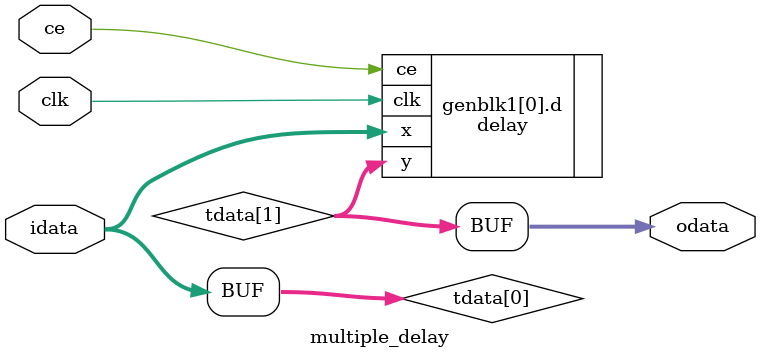
<source format=v>
`timescale 1ns / 1ps


module multiple_delay #
(
    parameter N=8,
    parameter DELAY=1
)

(
    input [N-1:0]idata,
    input clk,
    input ce,
    output [N-1:0]odata
);

wire [N-1:0] tdata [DELAY:0];
assign tdata[0] = idata;

genvar i;
generate
    for (i=0; i<DELAY; i=i+1)
    begin
        delay #
        (
            .N(N)
        )
        d
        (
            .x(tdata[i]),
            .clk(clk),
            .ce(ce),
            .y(tdata[i+1])     
        );
    end
endgenerate

assign odata=tdata[DELAY];

endmodule

</source>
